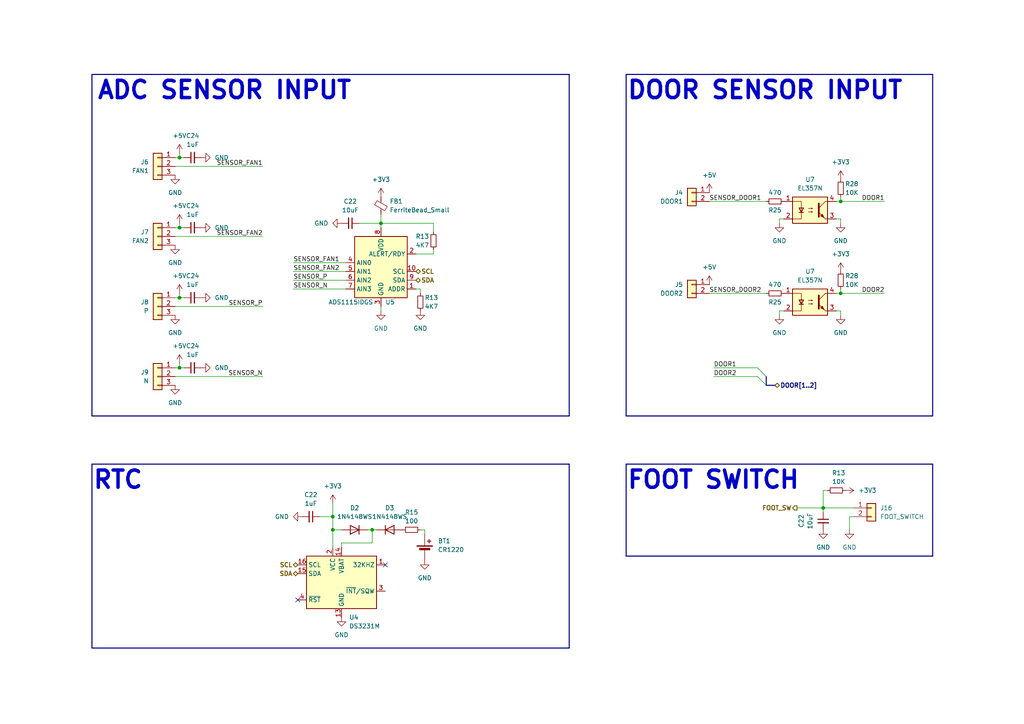
<source format=kicad_sch>
(kicad_sch (version 20230121) (generator eeschema)
  (paper "A4")
  (lib_symbols
    (symbol "Analog_ADC:ADS1115IDGS"
      (property "Reference" "U" (at 2.54 13.97 0))
      (property "Value" "ADS1115IDGS" (at 7.62 11.43 0))
      (symbol "ADS1115IDGS_0_1"
        (rectangle (start -7.62 10.16) (end 7.62 -7.62) (stroke (width 0.254)) (fill (type background)))
      )
      (symbol "ADS1115IDGS_1_1"
        (pin input line (at 10.16 -5.08 180) (length 2.54) (name "ADDR") (number "1"))
        (pin input line (at 10.16 0 180) (length 2.54) (name "SCL") (number "10"))
        (pin output line (at 10.16 5.08 180) (length 2.54) (name "ALERT/RDY") (number "2"))
        (pin power_in line (at 0 -10.16 90) (length 2.54) (name "GND") (number "3"))
        (pin input line (at -10.16 2.54 0) (length 2.54) (name "AIN0") (number "4"))
        (pin input line (at -10.16 0 0) (length 2.54) (name "AIN1") (number "5"))
        (pin input line (at -10.16 -2.54 0) (length 2.54) (name "AIN2") (number "6"))
        (pin input line (at -10.16 -5.08 0) (length 2.54) (name "AIN3") (number "7"))
        (pin power_in line (at 0 12.7 270) (length 2.54) (name "VDD") (number "8"))
        (pin bidirectional line (at 10.16 -2.54 180) (length 2.54) (name "SDA") (number "9"))
      )
    )
    (symbol "Connector_Generic:Conn_01x02" (pin_names (offset 1.016) hide)
      (property "Reference" "J" (at 0 2.54 0))
      (property "Value" "Conn_01x02" (at 0 -5.08 0))
      (symbol "Conn_01x02_1_1"
        (rectangle (start -1.27 -2.413) (end 0 -2.667) (stroke (width 0.1524)))
        (rectangle (start -1.27 0.127) (end 0 -0.127) (stroke (width 0.1524)))
        (rectangle (start -1.27 1.27) (end 1.27 -3.81) (stroke (width 0.254)) (fill (type background)))
        (pin passive line (at -5.08 0 0) (length 3.81) (name "Pin_1") (number "1"))
        (pin passive line (at -5.08 -2.54 0) (length 3.81) (name "Pin_2") (number "2"))
      )
    )
    (symbol "Connector_Generic:Conn_01x03" (pin_names (offset 1.016) hide)
      (property "Reference" "J" (at 0 5.08 0))
      (property "Value" "Conn_01x03" (at 0 -5.08 0))
      (symbol "Conn_01x03_1_1"
        (rectangle (start -1.27 -2.413) (end 0 -2.667) (stroke (width 0.1524)))
        (rectangle (start -1.27 0.127) (end 0 -0.127) (stroke (width 0.1524)))
        (rectangle (start -1.27 2.667) (end 0 2.413) (stroke (width 0.1524)))
        (rectangle (start -1.27 3.81) (end 1.27 -3.81) (stroke (width 0.254)) (fill (type background)))
        (pin passive line (at -5.08 2.54 0) (length 3.81) (name "Pin_1") (number "1"))
        (pin passive line (at -5.08 0 0) (length 3.81) (name "Pin_2") (number "2"))
        (pin passive line (at -5.08 -2.54 0) (length 3.81) (name "Pin_3") (number "3"))
      )
    )
    (symbol "Device:Battery_Cell" (pin_numbers hide) (pin_names (offset 0) hide)
      (property "Reference" "BT" (at 2.54 2.54 0))
      (property "Value" "Battery_Cell" (at 2.54 0 0))
      (symbol "Battery_Cell_0_1"
        (rectangle (start -2.286 1.778) (end 2.286 1.524) (fill (type outline)))
        (rectangle (start -1.524 1.016) (end 1.524 0.508) (fill (type outline)))
        (polyline (pts (xy 0 0.762) (xy 0 0)))
        (polyline (pts (xy 0 1.778) (xy 0 2.54)))
        (polyline (pts (xy 0.762 3.048) (xy 1.778 3.048)) (stroke (width 0.254)))
        (polyline (pts (xy 1.27 3.556) (xy 1.27 2.54)) (stroke (width 0.254)))
      )
      (symbol "Battery_Cell_1_1"
        (pin passive line (at 0 5.08 270) (length 2.54) (name "+") (number "1"))
        (pin passive line (at 0 -2.54 90) (length 2.54) (name "-") (number "2"))
      )
    )
    (symbol "Device:C_Small" (pin_numbers hide) (pin_names (offset 0.254) hide)
      (property "Reference" "C" (at 0.254 1.778 0))
      (property "Value" "C_Small" (at 0.254 -2.032 0))
      (symbol "C_Small_0_1"
        (polyline (pts (xy -1.524 -0.508) (xy 1.524 -0.508)) (stroke (width 0.3302)))
        (polyline (pts (xy -1.524 0.508) (xy 1.524 0.508)) (stroke (width 0.3048)))
      )
      (symbol "C_Small_1_1"
        (pin passive line (at 0 2.54 270) (length 2.032) (name "~") (number "1"))
        (pin passive line (at 0 -2.54 90) (length 2.032) (name "~") (number "2"))
      )
    )
    (symbol "Device:FerriteBead_Small" (pin_numbers hide) (pin_names (offset 0))
      (property "Reference" "FB" (at 1.905 1.27 0))
      (property "Value" "FerriteBead_Small" (at 1.905 -1.27 0))
      (symbol "FerriteBead_Small_0_1"
        (polyline (pts (xy 0 -1.27) (xy 0 -0.7874)))
        (polyline (pts (xy 0 0.889) (xy 0 1.2954)))
        (polyline (pts (xy -1.8288 0.2794) (xy -1.1176 1.4986) (xy 1.8288 -0.2032) (xy 1.1176 -1.4224) (xy -1.8288 0.2794)))
      )
      (symbol "FerriteBead_Small_1_1"
        (pin passive line (at 0 2.54 270) (length 1.27) (name "~") (number "1"))
        (pin passive line (at 0 -2.54 90) (length 1.27) (name "~") (number "2"))
      )
    )
    (symbol "Device:R_Small" (pin_numbers hide) (pin_names (offset 0.254) hide)
      (property "Reference" "R" (at 0.762 0.508 0))
      (property "Value" "R_Small" (at 0.762 -1.016 0))
      (symbol "R_Small_0_1"
        (rectangle (start -0.762 1.778) (end 0.762 -1.778) (stroke (width 0.2032)))
      )
      (symbol "R_Small_1_1"
        (pin passive line (at 0 2.54 270) (length 0.762) (name "~") (number "1"))
        (pin passive line (at 0 -2.54 90) (length 0.762) (name "~") (number "2"))
      )
    )
    (symbol "Diode:1N4148WS" (pin_numbers hide) (pin_names hide)
      (property "Reference" "D" (at 0 2.54 0))
      (property "Value" "1N4148WS" (at 0 -2.54 0))
      (symbol "1N4148WS_0_1"
        (polyline (pts (xy -1.27 1.27) (xy -1.27 -1.27)) (stroke (width 0.254)))
        (polyline (pts (xy 1.27 0) (xy -1.27 0)))
        (polyline (pts (xy 1.27 1.27) (xy 1.27 -1.27) (xy -1.27 0) (xy 1.27 1.27)) (stroke (width 0.254)))
      )
      (symbol "1N4148WS_1_1"
        (pin passive line (at -3.81 0 0) (length 2.54) (name "K") (number "1"))
        (pin passive line (at 3.81 0 180) (length 2.54) (name "A") (number "2"))
      )
    )
    (symbol "Isolator:LTV-357T" (pin_names (offset 1.016))
      (property "Reference" "U" (at -5.334 4.826 0))
      (property "Value" "LTV-357T" (at 0 5.08 0))
      (symbol "LTV-357T_0_1"
        (rectangle (start -5.08 3.81) (end 5.08 -3.81) (stroke (width 0.254)) (fill (type background)))
        (polyline (pts (xy -3.175 -0.635) (xy -1.905 -0.635)) (stroke (width 0.254)))
        (polyline (pts (xy 2.54 0.635) (xy 4.445 2.54)))
        (polyline (pts (xy 4.445 -2.54) (xy 2.54 -0.635)) (fill (type outline)))
        (polyline (pts (xy 4.445 -2.54) (xy 5.08 -2.54)))
        (polyline (pts (xy 4.445 2.54) (xy 5.08 2.54)))
        (polyline (pts (xy -5.08 2.54) (xy -2.54 2.54) (xy -2.54 -0.762)))
        (polyline (pts (xy -2.54 -0.635) (xy -2.54 -2.54) (xy -5.08 -2.54)))
        (polyline (pts (xy 2.54 1.905) (xy 2.54 -1.905) (xy 2.54 -1.905)) (stroke (width 0.508)))
        (polyline (pts (xy -2.54 -0.635) (xy -3.175 0.635) (xy -1.905 0.635) (xy -2.54 -0.635)) (stroke (width 0.254)))
        (polyline (pts (xy -0.508 -0.508) (xy 0.762 -0.508) (xy 0.381 -0.635) (xy 0.381 -0.381) (xy 0.762 -0.508)))
        (polyline (pts (xy -0.508 0.508) (xy 0.762 0.508) (xy 0.381 0.381) (xy 0.381 0.635) (xy 0.762 0.508)))
        (polyline (pts (xy 3.048 -1.651) (xy 3.556 -1.143) (xy 4.064 -2.159) (xy 3.048 -1.651) (xy 3.048 -1.651)) (fill (type outline)))
      )
      (symbol "LTV-357T_1_1"
        (pin passive line (at -7.62 2.54 0) (length 2.54) (name "~") (number "1"))
        (pin passive line (at -7.62 -2.54 0) (length 2.54) (name "~") (number "2"))
        (pin passive line (at 7.62 -2.54 180) (length 2.54) (name "~") (number "3"))
        (pin passive line (at 7.62 2.54 180) (length 2.54) (name "~") (number "4"))
      )
    )
    (symbol "Timer_RTC:DS3231M"
      (property "Reference" "U" (at -7.62 8.89 0))
      (property "Value" "DS3231M" (at 10.16 8.89 0))
      (symbol "DS3231M_0_1"
        (rectangle (start -10.16 7.62) (end 10.16 -7.62) (stroke (width 0.254)) (fill (type background)))
      )
      (symbol "DS3231M_1_1"
        (pin open_collector line (at 12.7 5.08 180) (length 2.54) (name "32KHZ") (number "1"))
        (pin passive line (at 0 -10.16 90) (length 2.54) hide (name "GND") (number "10"))
        (pin passive line (at 0 -10.16 90) (length 2.54) hide (name "GND") (number "11"))
        (pin passive line (at 0 -10.16 90) (length 2.54) hide (name "GND") (number "12"))
        (pin power_in line (at 0 -10.16 90) (length 2.54) (name "GND") (number "13"))
        (pin power_in line (at 0 10.16 270) (length 2.54) (name "VBAT") (number "14"))
        (pin bidirectional line (at -12.7 2.54 0) (length 2.54) (name "SDA") (number "15"))
        (pin input line (at -12.7 5.08 0) (length 2.54) (name "SCL") (number "16"))
        (pin power_in line (at -2.54 10.16 270) (length 2.54) (name "VCC") (number "2"))
        (pin open_collector line (at 12.7 -2.54 180) (length 2.54) (name "~{INT}/SQW") (number "3"))
        (pin bidirectional line (at -12.7 -5.08 0) (length 2.54) (name "~{RST}") (number "4"))
        (pin passive line (at 0 -10.16 90) (length 2.54) hide (name "GND") (number "5"))
        (pin passive line (at 0 -10.16 90) (length 2.54) hide (name "GND") (number "6"))
        (pin passive line (at 0 -10.16 90) (length 2.54) hide (name "GND") (number "7"))
        (pin passive line (at 0 -10.16 90) (length 2.54) hide (name "GND") (number "8"))
        (pin passive line (at 0 -10.16 90) (length 2.54) hide (name "GND") (number "9"))
      )
    )
    (symbol "power:+3V3" (power) (pin_names (offset 0))
      (property "Value" "+3V3" (at 0 3.556 0))
      (symbol "+3V3_0_1"
        (polyline (pts (xy -0.762 1.27) (xy 0 2.54)))
        (polyline (pts (xy 0 0) (xy 0 2.54)))
        (polyline (pts (xy 0 2.54) (xy 0.762 1.27)))
      )
      (symbol "+3V3_1_1"
        (pin power_in line (at 0 0 90) (length 0) hide (name "+3V3") (number "1"))
      )
    )
    (symbol "power:+5V" (power) (pin_names (offset 0))
      (property "Value" "+5V" (at 0 3.556 0))
      (symbol "+5V_0_1"
        (polyline (pts (xy -0.762 1.27) (xy 0 2.54)))
        (polyline (pts (xy 0 0) (xy 0 2.54)))
        (polyline (pts (xy 0 2.54) (xy 0.762 1.27)))
      )
      (symbol "+5V_1_1"
        (pin power_in line (at 0 0 90) (length 0) hide (name "+5V") (number "1"))
      )
    )
    (symbol "power:GND" (power) (pin_names (offset 0))
      (property "Value" "GND" (at 0 -3.81 0))
      (symbol "GND_0_1"
        (polyline (pts (xy 0 0) (xy 0 -1.27) (xy 1.27 -1.27) (xy 0 -2.54) (xy -1.27 -1.27) (xy 0 -1.27)))
      )
      (symbol "GND_1_1"
        (pin power_in line (at 0 0 270) (length 0) hide (name "GND") (number "1"))
      )
    )
  )
  (junction (at 110.49 64.77))
  (junction (at 238.76 147.32))
  (junction (at 52.07 45.72))
  (junction (at 243.84 85.09))
  (junction (at 52.07 66.04))
  (junction (at 96.52 153.67))
  (junction (at 52.07 106.68))
  (junction (at 96.52 149.86))
  (junction (at 243.84 58.42))
  (junction (at 52.07 86.36))
  (junction (at 107.95 153.67))
  (no_connect (at 86.36 173.99))
  (no_connect (at 111.76 163.83))
  (bus_entry (at 219.71 106.68) (size 2.54 2.54))
  (bus_entry (at 219.71 109.22) (size 2.54 2.54))
  (wire (pts (xy 123.19 154.94) (xy 123.19 153.67)))
  (wire (pts (xy 125.73 73.66) (xy 120.65 73.66)))
  (wire (pts (xy 52.07 45.72) (xy 50.8 45.72)))
  (wire (pts (xy 240.03 142.24) (xy 238.76 142.24)))
  (wire (pts (xy 52.07 66.04) (xy 50.8 66.04)))
  (wire (pts (xy 243.84 63.5) (xy 242.57 63.5)))
  (wire (pts (xy 52.07 44.45) (xy 52.07 45.72)))
  (wire (pts (xy 207.01 109.22) (xy 219.71 109.22)))
  (wire (pts (xy 238.76 142.24) (xy 238.76 147.32)))
  (wire (pts (xy 110.49 64.77) (xy 104.14 64.77)))
  (wire (pts (xy 226.06 63.5) (xy 227.33 63.5)))
  (wire (pts (xy 76.2 68.58) (xy 50.8 68.58)))
  (wire (pts (xy 205.74 58.42) (xy 222.25 58.42)))
  (wire (pts (xy 107.95 153.67) (xy 106.68 153.67)))
  (wire (pts (xy 92.71 149.86) (xy 96.52 149.86)))
  (wire (pts (xy 123.19 153.67) (xy 121.92 153.67)))
  (wire (pts (xy 76.2 109.22) (xy 50.8 109.22)))
  (wire (pts (xy 52.07 86.36) (xy 50.8 86.36)))
  (bus (pts (xy 165.1 120.65) (xy 26.67 120.65)))
  (wire (pts (xy 243.84 83.82) (xy 243.84 85.09)))
  (wire (pts (xy 99.06 157.48) (xy 107.95 157.48)))
  (wire (pts (xy 243.84 63.5) (xy 243.84 64.77)))
  (bus (pts (xy 26.67 187.96) (xy 26.67 134.62)))
  (wire (pts (xy 52.07 45.72) (xy 53.34 45.72)))
  (wire (pts (xy 76.2 48.26) (xy 50.8 48.26)))
  (wire (pts (xy 243.84 57.15) (xy 243.84 58.42)))
  (wire (pts (xy 256.54 85.09) (xy 243.84 85.09)))
  (wire (pts (xy 243.84 85.09) (xy 242.57 85.09)))
  (wire (pts (xy 96.52 153.67) (xy 99.06 153.67)))
  (wire (pts (xy 207.01 106.68) (xy 219.71 106.68)))
  (bus (pts (xy 270.51 161.29) (xy 181.61 161.29)))
  (wire (pts (xy 110.49 62.23) (xy 110.49 64.77)))
  (wire (pts (xy 85.09 81.28) (xy 100.33 81.28)))
  (bus (pts (xy 270.51 120.65) (xy 270.51 21.59)))
  (bus (pts (xy 222.25 111.76) (xy 224.79 111.76)))
  (bus (pts (xy 270.51 134.62) (xy 270.51 161.29)))
  (wire (pts (xy 110.49 64.77) (xy 110.49 66.04)))
  (wire (pts (xy 247.65 147.32) (xy 238.76 147.32)))
  (bus (pts (xy 165.1 187.96) (xy 26.67 187.96)))
  (bus (pts (xy 165.1 21.59) (xy 165.1 120.65)))
  (wire (pts (xy 96.52 149.86) (xy 96.52 153.67)))
  (wire (pts (xy 238.76 147.32) (xy 238.76 148.59)))
  (wire (pts (xy 110.49 64.77) (xy 125.73 64.77)))
  (wire (pts (xy 52.07 105.41) (xy 52.07 106.68)))
  (wire (pts (xy 76.2 88.9) (xy 50.8 88.9)))
  (wire (pts (xy 243.84 58.42) (xy 242.57 58.42)))
  (wire (pts (xy 205.74 85.09) (xy 222.25 85.09)))
  (wire (pts (xy 246.38 149.86) (xy 246.38 153.67)))
  (wire (pts (xy 52.07 66.04) (xy 53.34 66.04)))
  (wire (pts (xy 52.07 106.68) (xy 50.8 106.68)))
  (wire (pts (xy 226.06 91.44) (xy 226.06 90.17)))
  (wire (pts (xy 226.06 64.77) (xy 226.06 63.5)))
  (wire (pts (xy 256.54 58.42) (xy 243.84 58.42)))
  (wire (pts (xy 52.07 64.77) (xy 52.07 66.04)))
  (wire (pts (xy 110.49 88.9) (xy 110.49 90.17)))
  (wire (pts (xy 85.09 78.74) (xy 100.33 78.74)))
  (wire (pts (xy 96.52 146.05) (xy 96.52 149.86)))
  (wire (pts (xy 231.14 147.32) (xy 238.76 147.32)))
  (bus (pts (xy 181.61 134.62) (xy 270.51 134.62)))
  (wire (pts (xy 125.73 72.39) (xy 125.73 73.66)))
  (wire (pts (xy 243.84 90.17) (xy 242.57 90.17)))
  (wire (pts (xy 52.07 86.36) (xy 53.34 86.36)))
  (wire (pts (xy 125.73 67.31) (xy 125.73 64.77)))
  (wire (pts (xy 247.65 149.86) (xy 246.38 149.86)))
  (bus (pts (xy 26.67 134.62) (xy 165.1 134.62)))
  (bus (pts (xy 181.61 120.65) (xy 270.51 120.65)))
  (wire (pts (xy 243.84 90.17) (xy 243.84 91.44)))
  (bus (pts (xy 26.67 21.59) (xy 165.1 21.59)))
  (wire (pts (xy 121.92 85.09) (xy 121.92 83.82)))
  (bus (pts (xy 165.1 134.62) (xy 165.1 187.96)))
  (wire (pts (xy 107.95 157.48) (xy 107.95 153.67)))
  (bus (pts (xy 181.61 21.59) (xy 181.61 120.65)))
  (bus (pts (xy 181.61 21.59) (xy 270.51 21.59)))
  (wire (pts (xy 52.07 85.09) (xy 52.07 86.36)))
  (bus (pts (xy 181.61 134.62) (xy 181.61 161.29)))
  (bus (pts (xy 26.67 120.65) (xy 26.67 21.59)))
  (wire (pts (xy 121.92 83.82) (xy 120.65 83.82)))
  (wire (pts (xy 107.95 153.67) (xy 109.22 153.67)))
  (wire (pts (xy 96.52 153.67) (xy 96.52 158.75)))
  (wire (pts (xy 226.06 90.17) (xy 227.33 90.17)))
  (wire (pts (xy 85.09 83.82) (xy 100.33 83.82)))
  (wire (pts (xy 52.07 106.68) (xy 53.34 106.68)))
  (bus (pts (xy 222.25 109.22) (xy 222.25 111.76)))
  (wire (pts (xy 85.09 76.2) (xy 100.33 76.2)))
  (wire (pts (xy 99.06 158.75) (xy 99.06 157.48)))
  (text "ADC SENSOR INPUT" (at 27.94 29.21 0) (effects (font (size 5 5) (thickness 1) bold) (justify left bottom)))
  (text "FOOT SWITCH" (at 181.61 142.24 0) (effects (font (size 5 5) (thickness 1) bold) (justify left bottom)))
  (text "DOOR SENSOR INPUT" (at 181.61 29.21 0) (effects (font (size 5 5) (thickness 1) bold) (justify left bottom)))
  (text "RTC" (at 26.67 142.24 0) (effects (font (size 5 5) (thickness 1) bold) (justify left bottom)))
  (label "DOOR2" (at 207.01 109.22 0))
  (label "SENSOR_FAN2" (at 85.09 78.74 0))
  (label "DOOR1" (at 207.01 106.68 0))
  (label "SENSOR_P" (at 76.2 88.9 180))
  (label "SENSOR_FAN1" (at 76.2 48.26 180))
  (label "SENSOR_FAN2" (at 76.2 68.58 180))
  (label "SENSOR_FAN1" (at 85.09 76.2 0))
  (label "SENSOR_P" (at 85.09 81.28 0))
  (label "SENSOR_DOOR2" (at 205.74 85.09 0))
  (label "DOOR2" (at 256.54 85.09 180))
  (label "DOOR1" (at 256.54 58.42 180))
  (label "SENSOR_DOOR1" (at 205.74 58.42 0))
  (label "SENSOR_N" (at 85.09 83.82 0))
  (label "SENSOR_N" (at 76.2 109.22 180))
  (hierarchical_label "SCL" (shape bidirectional) (at 120.65 78.74 0) (effects (font bold)))
  (hierarchical_label "DOOR[1..2]" (shape bidirectional) (at 224.79 111.76 0) (effects (font bold)))
  (hierarchical_label "SCL" (shape bidirectional) (at 86.36 163.83 180) (effects (font bold)))
  (hierarchical_label "FOOT_SW" (shape output) (at 231.14 147.32 180) (effects (font bold)))
  (hierarchical_label "SDA" (shape bidirectional) (at 86.36 166.37 180) (effects (font bold)))
  (hierarchical_label "SDA" (shape bidirectional) (at 120.65 81.28 0) (effects (font bold)))
  (symbol (lib_id "power:GND") (at 50.8 111.76 0) (mirror y) (unit 1)
    (property "Reference" "#PWR035" (effects hide))
    (property "Value" "GND" (at 50.8 116.84 0))
    (instances (project "BioSafeCabin" (path "" (reference "#PWR035") (unit 1)) (path "" (reference "#PWR087") (unit 1))))
  )
  (symbol (lib_id "Analog_ADC:ADS1115IDGS") (at 110.49 78.74 0) (unit 1)
    (property "Reference" "U5" (at 111.76 87.63 0) (effects (justify left)))
    (property "Value" "ADS1115IDGS" (at 95.25 87.63 0) (effects (justify left)))
    (property "Footprint" "Anh_Footprints:TSSOP-10_3x3mm_P0.5mm" (effects hide))
    (property "Datasheet" "http://www.ti.com/lit/ds/symlink/ads1113.pdf" (effects hide))
  )
  (symbol (lib_id "Device:R_Small") (at 242.57 142.24 90) (mirror x) (unit 1)
    (property "Reference" "R13" (at 241.3 137.16 90) (effects (justify right)))
    (property "Value" "10K" (at 241.3 139.7 90) (effects (justify right)))
    (property "Footprint" "Anh_Footprints:R_0603" (effects hide))
    (instances (project "BioSafeCabin" (path "" (reference "R13") (unit 1)) (path "" (reference "R81") (unit 1))))
  )
  (symbol (lib_id "Device:R_Small") (at 121.92 87.63 0) (mirror y) (unit 1)
    (property "Reference" "R13" (at 123.19 86.36 0) (effects (justify right)))
    (property "Value" "4K7" (at 123.19 88.9 0) (effects (justify right)))
    (property "Footprint" "Anh_Footprints:R_0603" (effects hide))
    (instances (project "BioSafeCabin" (path "" (reference "R13") (unit 1)) (path "" (reference "R17") (unit 1))))
  )
  (symbol (lib_id "Device:Battery_Cell") (at 123.19 160.02 0) (unit 1)
    (property "Reference" "BT1" (at 127 156.9085 0) (effects (justify left)))
    (property "Value" "CR1220" (at 127 159.4485 0) (effects (justify left)))
    (property "Footprint" "IVSFootprint:BatteryHolder-SMD-CR1220" (effects hide))
  )
  (symbol (lib_id "Device:R_Small") (at 119.38 153.67 90) (mirror x) (unit 1)
    (property "Reference" "R15" (at 119.38 148.59 90))
    (property "Value" "100" (at 119.38 151.13 90))
    (property "Footprint" "Anh_Footprints:R_0603" (effects hide))
  )
  (symbol (lib_id "power:GND") (at 243.84 64.77 0) (unit 1)
    (property "Reference" "#PWR049" (effects hide))
    (property "Value" "GND" (at 243.84 69.85 0))
    (instances (project "BioSafeCabin" (path "" (reference "#PWR049") (unit 1)) (path "" (reference "#PWR050") (unit 1)) (path "" (reference "#PWR066") (unit 1))))
  )
  (symbol (lib_id "Device:C_Small") (at 55.88 66.04 90) (mirror x) (unit 1)
    (property "Reference" "C24" (at 55.8864 59.69 90))
    (property "Value" "1uF" (at 55.8864 62.23 90))
    (property "Footprint" "Anh_Footprints:C_0603" (effects hide))
    (instances (project "BioSafeCabin" (path "" (reference "C24") (unit 1)) (path "" (reference "C35") (unit 1))))
  )
  (symbol (lib_id "power:GND") (at 121.92 90.17 0) (unit 1)
    (property "Reference" "#PWR029" (effects hide))
    (property "Value" "GND" (at 121.92 95.25 0))
    (instances (project "BioSafeCabin" (path "" (reference "#PWR029") (unit 1)) (path "" (reference "#PWR033") (unit 1))))
  )
  (symbol (lib_id "power:GND") (at 50.8 71.12 0) (mirror y) (unit 1)
    (property "Reference" "#PWR035" (effects hide))
    (property "Value" "GND" (at 50.8 76.2 0))
    (instances (project "BioSafeCabin" (path "" (reference "#PWR035") (unit 1)) (path "" (reference "#PWR085") (unit 1))))
  )
  (symbol (lib_id "Timer_RTC:DS3231M") (at 99.06 168.91 0) (unit 1)
    (property "Reference" "U4" (at 101.2541 179.07 0) (effects (justify left)))
    (property "Value" "DS3231M" (at 101.2541 181.61 0) (effects (justify left)))
    (property "Footprint" "Anh_Footprints:SOIC-16" (effects hide))
    (property "Datasheet" "http://datasheets.maximintegrated.com/en/ds/DS3231.pdf" (effects hide))
  )
  (symbol (lib_id "power:+5V") (at 52.07 64.77 0) (mirror y) (unit 1)
    (property "Reference" "#PWR081" (effects hide))
    (property "Value" "+5V" (at 52.07 59.69 0))
  )
  (symbol (lib_id "power:GND") (at 243.84 91.44 0) (unit 1)
    (property "Reference" "#PWR049" (effects hide))
    (property "Value" "GND" (at 243.84 96.52 0))
    (instances (project "BioSafeCabin" (path "" (reference "#PWR049") (unit 1)) (path "" (reference "#PWR050") (unit 1)) (path "" (reference "#PWR071") (unit 1))))
  )
  (symbol (lib_id "Connector_Generic:Conn_01x03") (at 45.72 109.22 0) (mirror y) (unit 1)
    (property "Reference" "J9" (at 43.18 107.95 0) (effects (justify left)))
    (property "Value" "N" (at 43.18 110.49 0) (effects (justify left)))
    (property "Footprint" "Anh_Footprints:XH_3P_2.54mm_Vertical" (effects hide))
  )
  (symbol (lib_id "Device:C_Small") (at 90.17 149.86 270) (unit 1)
    (property "Reference" "C22" (at 90.1636 143.51 90))
    (property "Value" "1uF" (at 90.1636 146.05 90))
    (property "Footprint" "Anh_Footprints:C_0603" (effects hide))
  )
  (symbol (lib_id "power:GND") (at 110.49 90.17 0) (unit 1)
    (property "Reference" "#PWR029" (effects hide))
    (property "Value" "GND" (at 110.49 95.25 0))
    (instances (project "BioSafeCabin" (path "" (reference "#PWR029") (unit 1)) (path "" (reference "#PWR034") (unit 1))))
  )
  (symbol (lib_id "Device:C_Small") (at 55.88 45.72 90) (mirror x) (unit 1)
    (property "Reference" "C24" (at 55.8864 39.37 90))
    (property "Value" "1uF" (at 55.8864 41.91 90))
    (property "Footprint" "Anh_Footprints:C_0603" (effects hide))
    (instances (project "BioSafeCabin" (path "" (reference "C24") (unit 1)) (path "" (reference "C34") (unit 1))))
  )
  (symbol (lib_id "Device:R_Small") (at 125.73 69.85 0) (unit 1)
    (property "Reference" "R13" (at 124.46 68.58 0) (effects (justify right)))
    (property "Value" "4K7" (at 124.46 71.12 0) (effects (justify right)))
    (property "Footprint" "Anh_Footprints:R_0603" (effects hide))
    (instances (project "BioSafeCabin" (path "" (reference "R13") (unit 1)) (path "" (reference "R16") (unit 1))))
  )
  (symbol (lib_id "Connector_Generic:Conn_01x02") (at 200.66 82.55 0) (mirror y) (unit 1)
    (property "Reference" "J5" (at 198.12 82.55 0) (effects (justify left)))
    (property "Value" "DOOR2" (at 198.12 85.09 0) (effects (justify left)))
    (property "Footprint" "Anh_Footprints:XH_2P_2.54mm_Vertical" (effects hide))
  )
  (symbol (lib_id "power:GND") (at 58.42 66.04 90) (mirror x) (unit 1)
    (property "Reference" "#PWR035" (effects hide))
    (property "Value" "GND" (at 62.23 66.04 90) (effects (justify right)))
    (instances (project "BioSafeCabin" (path "" (reference "#PWR035") (unit 1)) (path "" (reference "#PWR077") (unit 1))))
  )
  (symbol (lib_id "Isolator:LTV-357T") (at 234.95 60.96 0) (unit 1)
    (property "Reference" "U7" (at 234.95 52.07 0))
    (property "Value" "EL357N" (at 234.95 54.61 0))
    (property "Footprint" "Anh_Footprints:SO-4_4.4x3.6_P2.54" (effects hide))
    (property "Datasheet" "https://www.buerklin.com/medias/sys_master/download/download/h91/ha0/8892020588574.pdf" (effects hide))
    (instances (project "BioSafeCabin" (path "" (reference "U7") (unit 1)) (path "" (reference "U7") (unit 1)) (path "" (reference "U13") (unit 1))))
  )
  (symbol (lib_id "power:+5V") (at 52.07 44.45 0) (mirror y) (unit 1)
    (property "Reference" "#PWR080" (effects hide))
    (property "Value" "+5V" (at 52.07 39.37 0))
  )
  (symbol (lib_id "power:+5V") (at 52.07 105.41 0) (mirror y) (unit 1)
    (property "Reference" "#PWR083" (effects hide))
    (property "Value" "+5V" (at 52.07 100.33 0))
  )
  (symbol (lib_id "Diode:1N4148WS") (at 113.03 153.67 0) (unit 1)
    (property "Reference" "D3" (at 113.03 147.32 0))
    (property "Value" "1N4148WS" (at 113.03 149.86 0))
    (property "Footprint" "Anh_Footprints:D_SOD-323" (effects hide))
    (property "Datasheet" "https://www.vishay.com/docs/85751/1n4148ws.pdf" (effects hide))
    (property "Sim.Device" "D" (effects hide))
    (property "Sim.Pins" "1=K 2=A" (effects hide))
  )
  (symbol (lib_id "power:GND") (at 99.06 179.07 0) (unit 1)
    (property "Reference" "#PWR028" (effects hide))
    (property "Value" "GND" (at 99.06 184.15 0))
    (instances (project "BioSafeCabin" (path "" (reference "#PWR028") (unit 1)) (path "" (reference "#PWR029") (unit 1))))
  )
  (symbol (lib_id "Isolator:LTV-357T") (at 234.95 87.63 0) (unit 1)
    (property "Reference" "U7" (at 234.95 78.74 0))
    (property "Value" "EL357N" (at 234.95 81.28 0))
    (property "Footprint" "Anh_Footprints:SO-4_4.4x3.6_P2.54" (effects hide))
    (property "Datasheet" "https://www.buerklin.com/medias/sys_master/download/download/h91/ha0/8892020588574.pdf" (effects hide))
    (instances (project "BioSafeCabin" (path "" (reference "U7") (unit 1)) (path "" (reference "U7") (unit 1)) (path "" (reference "U14") (unit 1))))
  )
  (symbol (lib_id "Device:FerriteBead_Small") (at 110.49 59.69 0) (unit 1)
    (property "Reference" "FB1" (at 113.03 58.3819 0) (effects (justify left)))
    (property "Value" "FerriteBead_Small" (at 113.03 60.9219 0) (effects (justify left)))
    (property "Footprint" "Anh_Footprints:L_0805" (effects hide))
  )
  (symbol (lib_id "power:GND") (at 99.06 64.77 270) (unit 1)
    (property "Reference" "#PWR029" (effects hide))
    (property "Value" "GND" (at 95.25 64.77 90) (effects (justify right)))
    (instances (project "BioSafeCabin" (path "" (reference "#PWR029") (unit 1)) (path "" (reference "#PWR032") (unit 1))))
  )
  (symbol (lib_id "power:GND") (at 50.8 50.8 0) (mirror y) (unit 1)
    (property "Reference" "#PWR035" (effects hide))
    (property "Value" "GND" (at 50.8 55.88 0))
    (instances (project "BioSafeCabin" (path "" (reference "#PWR035") (unit 1)) (path "" (reference "#PWR084") (unit 1))))
  )
  (symbol (lib_id "Device:C_Small") (at 101.6 64.77 270) (unit 1)
    (property "Reference" "C22" (at 101.5936 58.42 90))
    (property "Value" "10uF" (at 101.5936 60.96 90))
    (property "Footprint" "Anh_Footprints:C_1206" (effects hide))
    (instances (project "BioSafeCabin" (path "" (reference "C22") (unit 1)) (path "" (reference "C23") (unit 1))))
  )
  (symbol (lib_id "Device:C_Small") (at 55.88 106.68 90) (mirror x) (unit 1)
    (property "Reference" "C24" (at 55.8864 100.33 90))
    (property "Value" "1uF" (at 55.8864 102.87 90))
    (property "Footprint" "Anh_Footprints:C_0603" (effects hide))
    (instances (project "BioSafeCabin" (path "" (reference "C24") (unit 1)) (path "" (reference "C37") (unit 1))))
  )
  (symbol (lib_id "Device:R_Small") (at 224.79 85.09 90) (mirror x) (unit 1)
    (property "Reference" "R25" (at 224.79 87.63 90))
    (property "Value" "470" (at 224.79 82.55 90))
    (property "Footprint" "Anh_Footprints:R_0603" (effects hide))
    (instances (project "BioSafeCabin" (path "" (reference "R25") (unit 1)) (path "" (reference "R27") (unit 1)) (path "" (reference "R57") (unit 1))))
  )
  (symbol (lib_id "Device:R_Small") (at 243.84 81.28 180) (unit 1)
    (property "Reference" "R28" (at 245.11 80.01 0) (effects (justify right)))
    (property "Value" "10K" (at 245.11 82.55 0) (effects (justify right)))
    (property "Footprint" "Anh_Footprints:R_0603" (effects hide))
    (instances (project "BioSafeCabin" (path "" (reference "R28") (unit 1)) (path "" (reference "R28") (unit 1)) (path "" (reference "R58") (unit 1))))
  )
  (symbol (lib_id "Device:C_Small") (at 238.76 151.13 0) (unit 1)
    (property "Reference" "C22" (at 232.41 151.1364 90))
    (property "Value" "10uF" (at 234.95 151.1364 90))
    (property "Footprint" "Anh_Footprints:C_0603" (effects hide))
    (instances (project "BioSafeCabin" (path "" (reference "C22") (unit 1)) (path "" (reference "C46") (unit 1))))
  )
  (symbol (lib_id "Connector_Generic:Conn_01x03") (at 45.72 88.9 0) (mirror y) (unit 1)
    (property "Reference" "J8" (at 43.18 87.63 0) (effects (justify left)))
    (property "Value" "P" (at 43.18 90.17 0) (effects (justify left)))
    (property "Footprint" "Anh_Footprints:XH_3P_2.54mm_Vertical" (effects hide))
  )
  (symbol (lib_id "power:GND") (at 226.06 91.44 0) (unit 1)
    (property "Reference" "#PWR049" (effects hide))
    (property "Value" "GND" (at 226.06 96.52 0))
    (instances (project "BioSafeCabin" (path "" (reference "#PWR049") (unit 1)) (path "" (reference "#PWR050") (unit 1)) (path "" (reference "#PWR069") (unit 1))))
  )
  (symbol (lib_id "Connector_Generic:Conn_01x03") (at 45.72 48.26 0) (mirror y) (unit 1)
    (property "Reference" "J6" (at 43.18 46.99 0) (effects (justify left)))
    (property "Value" "FAN1" (at 43.18 49.53 0) (effects (justify left)))
    (property "Footprint" "Anh_Footprints:XH_3P_2.54mm_Vertical" (effects hide))
  )
  (symbol (lib_id "power:+3V3") (at 96.52 146.05 0) (unit 1)
    (property "Reference" "#PWR027" (effects hide))
    (property "Value" "+3V3" (at 96.52 140.97 0))
    (instances (project "BioSafeCabin" (path "" (reference "#PWR027") (unit 1)) (path "" (reference "#PWR028") (unit 1))))
  )
  (symbol (lib_id "power:GND") (at 238.76 153.67 0) (unit 1)
    (property "Reference" "#PWR049" (effects hide))
    (property "Value" "GND" (at 238.76 158.75 0))
    (instances (project "BioSafeCabin" (path "" (reference "#PWR049") (unit 1)) (path "" (reference "#PWR050") (unit 1)) (path "" (reference "#PWR0118") (unit 1))))
  )
  (symbol (lib_id "Diode:1N4148WS") (at 102.87 153.67 180) (unit 1)
    (property "Reference" "D2" (at 102.87 147.32 0))
    (property "Value" "1N4148WS" (at 102.87 149.86 0))
    (property "Footprint" "Anh_Footprints:D_SOD-323" (effects hide))
    (property "Datasheet" "https://www.vishay.com/docs/85751/1n4148ws.pdf" (effects hide))
    (property "Sim.Device" "D" (effects hide))
    (property "Sim.Pins" "1=K 2=A" (effects hide))
  )
  (symbol (lib_id "Device:R_Small") (at 243.84 54.61 180) (unit 1)
    (property "Reference" "R28" (at 245.11 53.34 0) (effects (justify right)))
    (property "Value" "10K" (at 245.11 55.88 0) (effects (justify right)))
    (property "Footprint" "Anh_Footprints:R_0603" (effects hide))
    (instances (project "BioSafeCabin" (path "" (reference "R28") (unit 1)) (path "" (reference "R28") (unit 1)) (path "" (reference "R56") (unit 1))))
  )
  (symbol (lib_id "Device:R_Small") (at 224.79 58.42 90) (mirror x) (unit 1)
    (property "Reference" "R25" (at 224.79 60.96 90))
    (property "Value" "470" (at 224.79 55.88 90))
    (property "Footprint" "Anh_Footprints:R_0603" (effects hide))
    (instances (project "BioSafeCabin" (path "" (reference "R25") (unit 1)) (path "" (reference "R27") (unit 1)) (path "" (reference "R55") (unit 1))))
  )
  (symbol (lib_id "Device:C_Small") (at 55.88 86.36 90) (mirror x) (unit 1)
    (property "Reference" "C24" (at 55.8864 80.01 90))
    (property "Value" "1uF" (at 55.88 82.55 90))
    (property "Footprint" "Anh_Footprints:C_0603" (effects hide))
    (instances (project "BioSafeCabin" (path "" (reference "C24") (unit 1)) (path "" (reference "C36") (unit 1))))
  )
  (symbol (lib_id "Connector_Generic:Conn_01x02") (at 252.73 147.32 0) (unit 1)
    (property "Reference" "J16" (at 255.27 147.32 0) (effects (justify left)))
    (property "Value" "FOOT_SWITCH" (at 255.27 149.86 0) (effects (justify left)))
    (property "Footprint" "Anh_Footprints:XH_2P_2.54mm_Vertical" (effects hide))
  )
  (symbol (lib_id "power:+5V") (at 205.74 55.88 0) (mirror y) (unit 1)
    (property "Reference" "#PWR074" (effects hide))
    (property "Value" "+5V" (at 205.74 50.8 0))
  )
  (symbol (lib_id "power:GND") (at 226.06 64.77 0) (unit 1)
    (property "Reference" "#PWR049" (effects hide))
    (property "Value" "GND" (at 226.06 69.85 0))
    (instances (project "BioSafeCabin" (path "" (reference "#PWR049") (unit 1)) (path "" (reference "#PWR050") (unit 1)) (path "" (reference "#PWR067") (unit 1))))
  )
  (symbol (lib_id "power:GND") (at 50.8 91.44 0) (mirror y) (unit 1)
    (property "Reference" "#PWR035" (effects hide))
    (property "Value" "GND" (at 50.8 96.52 0))
    (instances (project "BioSafeCabin" (path "" (reference "#PWR035") (unit 1)) (path "" (reference "#PWR086") (unit 1))))
  )
  (symbol (lib_id "power:+3V3") (at 243.84 52.07 0) (unit 1)
    (property "Reference" "#PWR027" (effects hide))
    (property "Value" "+3V3" (at 243.84 46.99 0))
    (instances (project "BioSafeCabin" (path "" (reference "#PWR027") (unit 1)) (path "" (reference "#PWR068") (unit 1))))
  )
  (symbol (lib_id "power:+3V3") (at 245.11 142.24 270) (unit 1)
    (property "Reference" "#PWR027" (effects hide))
    (property "Value" "+3V3" (at 248.92 142.24 90) (effects (justify left)))
    (instances (project "BioSafeCabin" (path "" (reference "#PWR027") (unit 1)) (path "" (reference "#PWR0119") (unit 1))))
  )
  (symbol (lib_id "Connector_Generic:Conn_01x03") (at 45.72 68.58 0) (mirror y) (unit 1)
    (property "Reference" "J7" (at 43.18 67.31 0) (effects (justify left)))
    (property "Value" "FAN2" (at 43.18 69.85 0) (effects (justify left)))
    (property "Footprint" "Anh_Footprints:XH_3P_2.54mm_Vertical" (effects hide))
  )
  (symbol (lib_id "power:GND") (at 58.42 45.72 90) (mirror x) (unit 1)
    (property "Reference" "#PWR035" (effects hide))
    (property "Value" "GND" (at 62.23 45.72 90) (effects (justify right)))
    (instances (project "BioSafeCabin" (path "" (reference "#PWR035") (unit 1)) (path "" (reference "#PWR076") (unit 1))))
  )
  (symbol (lib_id "power:GND") (at 123.19 162.56 0) (unit 1)
    (property "Reference" "#PWR030" (effects hide))
    (property "Value" "GND" (at 123.19 167.64 0))
  )
  (symbol (lib_id "power:+5V") (at 52.07 85.09 0) (mirror y) (unit 1)
    (property "Reference" "#PWR082" (effects hide))
    (property "Value" "+5V" (at 52.07 80.01 0))
  )
  (symbol (lib_id "power:GND") (at 58.42 106.68 90) (mirror x) (unit 1)
    (property "Reference" "#PWR035" (effects hide))
    (property "Value" "GND" (at 62.23 106.68 90) (effects (justify right)))
    (instances (project "BioSafeCabin" (path "" (reference "#PWR035") (unit 1)) (path "" (reference "#PWR079") (unit 1))))
  )
  (symbol (lib_id "power:+3V3") (at 110.49 57.15 0) (unit 1)
    (property "Reference" "#PWR027" (effects hide))
    (property "Value" "+3V3" (at 110.49 52.07 0))
    (instances (project "BioSafeCabin" (path "" (reference "#PWR027") (unit 1)) (path "" (reference "#PWR031") (unit 1))))
  )
  (symbol (lib_id "power:GND") (at 87.63 149.86 270) (unit 1)
    (property "Reference" "#PWR029" (effects hide))
    (property "Value" "GND" (at 83.82 149.86 90) (effects (justify right)))
    (instances (project "BioSafeCabin" (path "" (reference "#PWR029") (unit 1)) (path "" (reference "#PWR027") (unit 1))))
  )
  (symbol (lib_id "power:GND") (at 246.38 153.67 0) (unit 1)
    (property "Reference" "#PWR049" (effects hide))
    (property "Value" "GND" (at 246.38 158.75 0))
    (instances (project "BioSafeCabin" (path "" (reference "#PWR049") (unit 1)) (path "" (reference "#PWR050") (unit 1)) (path "" (reference "#PWR0117") (unit 1))))
  )
  (symbol (lib_id "power:+3V3") (at 243.84 78.74 0) (unit 1)
    (property "Reference" "#PWR027" (effects hide))
    (property "Value" "+3V3" (at 243.84 73.66 0))
    (instances (project "BioSafeCabin" (path "" (reference "#PWR027") (unit 1)) (path "" (reference "#PWR070") (unit 1))))
  )
  (symbol (lib_id "Connector_Generic:Conn_01x02") (at 200.66 55.88 0) (mirror y) (unit 1)
    (property "Reference" "J4" (at 198.12 55.88 0) (effects (justify left)))
    (property "Value" "DOOR1" (at 198.12 58.42 0) (effects (justify left)))
    (property "Footprint" "Anh_Footprints:XH_2P_2.54mm_Vertical" (effects hide))
  )
  (symbol (lib_id "power:GND") (at 58.42 86.36 90) (mirror x) (unit 1)
    (property "Reference" "#PWR035" (effects hide))
    (property "Value" "GND" (at 62.23 86.36 90) (effects (justify right)))
    (instances (project "BioSafeCabin" (path "" (reference "#PWR035") (unit 1)) (path "" (reference "#PWR078") (unit 1))))
  )
  (symbol (lib_id "power:+5V") (at 205.74 82.55 0) (mirror y) (unit 1)
    (property "Reference" "#PWR075" (effects hide))
    (property "Value" "+5V" (at 205.74 77.47 0))
  )
)
</source>
